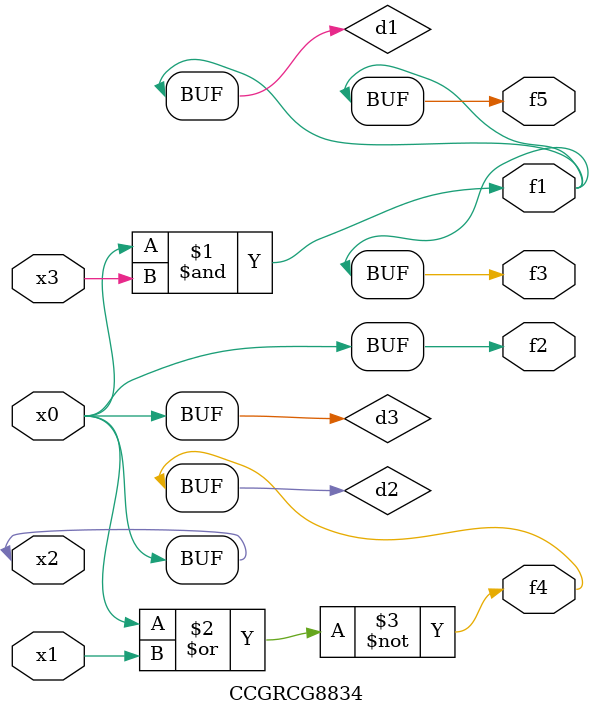
<source format=v>
module CCGRCG8834(
	input x0, x1, x2, x3,
	output f1, f2, f3, f4, f5
);

	wire d1, d2, d3;

	and (d1, x2, x3);
	nor (d2, x0, x1);
	buf (d3, x0, x2);
	assign f1 = d1;
	assign f2 = d3;
	assign f3 = d1;
	assign f4 = d2;
	assign f5 = d1;
endmodule

</source>
